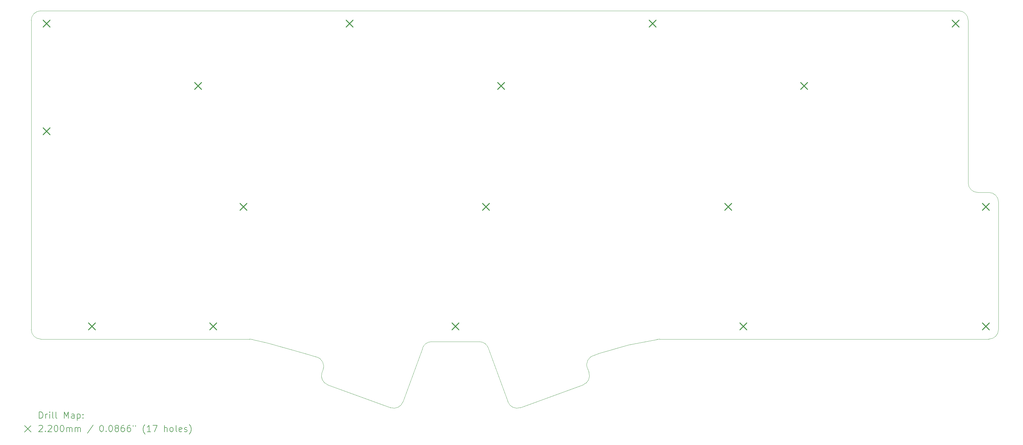
<source format=gbr>
%TF.GenerationSoftware,KiCad,Pcbnew,(6.0.7-1)-1*%
%TF.CreationDate,2022-08-16T19:57:51+02:00*%
%TF.ProjectId,switch-plate,73776974-6368-42d7-906c-6174652e6b69,rev?*%
%TF.SameCoordinates,Original*%
%TF.FileFunction,Drillmap*%
%TF.FilePolarity,Positive*%
%FSLAX45Y45*%
G04 Gerber Fmt 4.5, Leading zero omitted, Abs format (unit mm)*
G04 Created by KiCad (PCBNEW (6.0.7-1)-1) date 2022-08-16 19:57:51*
%MOMM*%
%LPD*%
G01*
G04 APERTURE LIST*
%ADD10C,0.100000*%
%ADD11C,0.200000*%
%ADD12C,0.220000*%
G04 APERTURE END LIST*
D10*
X9591064Y-9998127D02*
X9625266Y-9904158D01*
X19195309Y-9135848D02*
X20092309Y-8961622D01*
X13025778Y-9032739D02*
G75*
G03*
X12743870Y-9230135I2J-300002D01*
G01*
X30800000Y-8650000D02*
X30800000Y-4650000D01*
X9625265Y-9904157D02*
G75*
G03*
X9426049Y-9513173I-281905J102607D01*
G01*
X29850000Y-4050000D02*
X29850000Y1050000D01*
X17779634Y-10382641D02*
X15806280Y-11100883D01*
X7407691Y-8961622D02*
X7888891Y-9070384D01*
X775000Y-8950000D02*
X7325000Y-8950000D01*
X18106851Y-9466193D02*
G75*
G03*
X17907633Y-9857173I82689J-288377D01*
G01*
X17958936Y-9998127D02*
X17907633Y-9857173D01*
X20175000Y-8950000D02*
X30500000Y-8950000D01*
X15421766Y-10921581D02*
X14806130Y-9230135D01*
X11743721Y-11100881D02*
G75*
G03*
X12128234Y-10921581I102609J281901D01*
G01*
X14806128Y-9230135D02*
G75*
G03*
X14524222Y-9032741I-281908J-102605D01*
G01*
X17779633Y-10382636D02*
G75*
G03*
X17958936Y-9998127I-102603J281906D01*
G01*
X29850000Y1050000D02*
G75*
G03*
X29550000Y1350000I-300000J0D01*
G01*
X12128234Y-10921581D02*
X12743870Y-9230135D01*
X475000Y-8650000D02*
G75*
G03*
X775000Y-8950000I300000J0D01*
G01*
X9770366Y-10382641D02*
X11743720Y-11100883D01*
X18106850Y-9466189D02*
X18282110Y-9397703D01*
X475000Y1050000D02*
X475000Y-2550000D01*
X30800000Y-4650000D02*
G75*
G03*
X30500000Y-4350000I-300000J0D01*
G01*
X29850000Y-4050000D02*
G75*
G03*
X30150000Y-4350000I300000J0D01*
G01*
X7407691Y-8961622D02*
G75*
G03*
X7325000Y-8950000I-82691J-288379D01*
G01*
X475000Y-2550000D02*
X475000Y-8650000D01*
X7888891Y-9070384D02*
X9030390Y-9397703D01*
X775000Y1350000D02*
G75*
G03*
X475000Y1050000I0J-300000D01*
G01*
X18282110Y-9397703D02*
X19195309Y-9135848D01*
X9591059Y-9998125D02*
G75*
G03*
X9770366Y-10382641I281911J-102605D01*
G01*
X15421764Y-10921582D02*
G75*
G03*
X15806280Y-11100883I281906J102602D01*
G01*
X20175000Y-8950000D02*
G75*
G03*
X20092309Y-8961622I0J-300000D01*
G01*
X13025778Y-9032741D02*
X14524222Y-9032741D01*
X775000Y1350000D02*
X29550000Y1350000D01*
X9030390Y-9397703D02*
X9426049Y-9513173D01*
X30500000Y-4350000D02*
X30150000Y-4350000D01*
X30500000Y-8950000D02*
G75*
G03*
X30800000Y-8650000I0J300000D01*
G01*
D11*
D12*
X840000Y1060000D02*
X1060000Y840000D01*
X1060000Y1060000D02*
X840000Y840000D01*
X840000Y-2315000D02*
X1060000Y-2535000D01*
X1060000Y-2315000D02*
X840000Y-2535000D01*
X2265000Y-8440000D02*
X2485000Y-8660000D01*
X2485000Y-8440000D02*
X2265000Y-8660000D01*
X5590000Y-890000D02*
X5810000Y-1110000D01*
X5810000Y-890000D02*
X5590000Y-1110000D01*
X6065000Y-8440000D02*
X6285000Y-8660000D01*
X6285000Y-8440000D02*
X6065000Y-8660000D01*
X7015000Y-4690000D02*
X7235000Y-4910000D01*
X7235000Y-4690000D02*
X7015000Y-4910000D01*
X10340000Y1060000D02*
X10560000Y840000D01*
X10560000Y1060000D02*
X10340000Y840000D01*
X13665000Y-8440000D02*
X13885000Y-8660000D01*
X13885000Y-8440000D02*
X13665000Y-8660000D01*
X14615000Y-4690000D02*
X14835000Y-4910000D01*
X14835000Y-4690000D02*
X14615000Y-4910000D01*
X15090000Y-890000D02*
X15310000Y-1110000D01*
X15310000Y-890000D02*
X15090000Y-1110000D01*
X19840000Y1060000D02*
X20060000Y840000D01*
X20060000Y1060000D02*
X19840000Y840000D01*
X22215000Y-4690000D02*
X22435000Y-4910000D01*
X22435000Y-4690000D02*
X22215000Y-4910000D01*
X22690000Y-8440000D02*
X22910000Y-8660000D01*
X22910000Y-8440000D02*
X22690000Y-8660000D01*
X24590000Y-890000D02*
X24810000Y-1110000D01*
X24810000Y-890000D02*
X24590000Y-1110000D01*
X29340000Y1060000D02*
X29560000Y840000D01*
X29560000Y1060000D02*
X29340000Y840000D01*
X30290000Y-4690000D02*
X30510000Y-4910000D01*
X30510000Y-4690000D02*
X30290000Y-4910000D01*
X30290000Y-8440000D02*
X30510000Y-8660000D01*
X30510000Y-8440000D02*
X30290000Y-8660000D01*
D11*
X727619Y-11434453D02*
X727619Y-11234453D01*
X775238Y-11234453D01*
X803809Y-11243977D01*
X822857Y-11263024D01*
X832381Y-11282072D01*
X841905Y-11320167D01*
X841905Y-11348739D01*
X832381Y-11386834D01*
X822857Y-11405881D01*
X803809Y-11424929D01*
X775238Y-11434453D01*
X727619Y-11434453D01*
X927619Y-11434453D02*
X927619Y-11301120D01*
X927619Y-11339215D02*
X937143Y-11320167D01*
X946667Y-11310643D01*
X965714Y-11301120D01*
X984762Y-11301120D01*
X1051429Y-11434453D02*
X1051429Y-11301120D01*
X1051429Y-11234453D02*
X1041905Y-11243977D01*
X1051429Y-11253501D01*
X1060952Y-11243977D01*
X1051429Y-11234453D01*
X1051429Y-11253501D01*
X1175238Y-11434453D02*
X1156190Y-11424929D01*
X1146667Y-11405881D01*
X1146667Y-11234453D01*
X1280000Y-11434453D02*
X1260952Y-11424929D01*
X1251429Y-11405881D01*
X1251429Y-11234453D01*
X1508571Y-11434453D02*
X1508571Y-11234453D01*
X1575238Y-11377310D01*
X1641905Y-11234453D01*
X1641905Y-11434453D01*
X1822857Y-11434453D02*
X1822857Y-11329691D01*
X1813333Y-11310643D01*
X1794286Y-11301120D01*
X1756190Y-11301120D01*
X1737143Y-11310643D01*
X1822857Y-11424929D02*
X1803809Y-11434453D01*
X1756190Y-11434453D01*
X1737143Y-11424929D01*
X1727619Y-11405881D01*
X1727619Y-11386834D01*
X1737143Y-11367786D01*
X1756190Y-11358262D01*
X1803809Y-11358262D01*
X1822857Y-11348739D01*
X1918095Y-11301120D02*
X1918095Y-11501120D01*
X1918095Y-11310643D02*
X1937143Y-11301120D01*
X1975238Y-11301120D01*
X1994286Y-11310643D01*
X2003809Y-11320167D01*
X2013333Y-11339215D01*
X2013333Y-11396358D01*
X2003809Y-11415405D01*
X1994286Y-11424929D01*
X1975238Y-11434453D01*
X1937143Y-11434453D01*
X1918095Y-11424929D01*
X2099048Y-11415405D02*
X2108571Y-11424929D01*
X2099048Y-11434453D01*
X2089524Y-11424929D01*
X2099048Y-11415405D01*
X2099048Y-11434453D01*
X2099048Y-11310643D02*
X2108571Y-11320167D01*
X2099048Y-11329691D01*
X2089524Y-11320167D01*
X2099048Y-11310643D01*
X2099048Y-11329691D01*
X270000Y-11663977D02*
X470000Y-11863977D01*
X470000Y-11663977D02*
X270000Y-11863977D01*
X718095Y-11673501D02*
X727619Y-11663977D01*
X746667Y-11654453D01*
X794286Y-11654453D01*
X813333Y-11663977D01*
X822857Y-11673501D01*
X832381Y-11692548D01*
X832381Y-11711596D01*
X822857Y-11740167D01*
X708571Y-11854453D01*
X832381Y-11854453D01*
X918095Y-11835405D02*
X927619Y-11844929D01*
X918095Y-11854453D01*
X908571Y-11844929D01*
X918095Y-11835405D01*
X918095Y-11854453D01*
X1003809Y-11673501D02*
X1013333Y-11663977D01*
X1032381Y-11654453D01*
X1080000Y-11654453D01*
X1099048Y-11663977D01*
X1108571Y-11673501D01*
X1118095Y-11692548D01*
X1118095Y-11711596D01*
X1108571Y-11740167D01*
X994286Y-11854453D01*
X1118095Y-11854453D01*
X1241905Y-11654453D02*
X1260952Y-11654453D01*
X1280000Y-11663977D01*
X1289524Y-11673501D01*
X1299048Y-11692548D01*
X1308571Y-11730643D01*
X1308571Y-11778262D01*
X1299048Y-11816358D01*
X1289524Y-11835405D01*
X1280000Y-11844929D01*
X1260952Y-11854453D01*
X1241905Y-11854453D01*
X1222857Y-11844929D01*
X1213333Y-11835405D01*
X1203810Y-11816358D01*
X1194286Y-11778262D01*
X1194286Y-11730643D01*
X1203810Y-11692548D01*
X1213333Y-11673501D01*
X1222857Y-11663977D01*
X1241905Y-11654453D01*
X1432381Y-11654453D02*
X1451428Y-11654453D01*
X1470476Y-11663977D01*
X1480000Y-11673501D01*
X1489524Y-11692548D01*
X1499048Y-11730643D01*
X1499048Y-11778262D01*
X1489524Y-11816358D01*
X1480000Y-11835405D01*
X1470476Y-11844929D01*
X1451428Y-11854453D01*
X1432381Y-11854453D01*
X1413333Y-11844929D01*
X1403809Y-11835405D01*
X1394286Y-11816358D01*
X1384762Y-11778262D01*
X1384762Y-11730643D01*
X1394286Y-11692548D01*
X1403809Y-11673501D01*
X1413333Y-11663977D01*
X1432381Y-11654453D01*
X1584762Y-11854453D02*
X1584762Y-11721120D01*
X1584762Y-11740167D02*
X1594286Y-11730643D01*
X1613333Y-11721120D01*
X1641905Y-11721120D01*
X1660952Y-11730643D01*
X1670476Y-11749691D01*
X1670476Y-11854453D01*
X1670476Y-11749691D02*
X1680000Y-11730643D01*
X1699048Y-11721120D01*
X1727619Y-11721120D01*
X1746667Y-11730643D01*
X1756190Y-11749691D01*
X1756190Y-11854453D01*
X1851428Y-11854453D02*
X1851428Y-11721120D01*
X1851428Y-11740167D02*
X1860952Y-11730643D01*
X1880000Y-11721120D01*
X1908571Y-11721120D01*
X1927619Y-11730643D01*
X1937143Y-11749691D01*
X1937143Y-11854453D01*
X1937143Y-11749691D02*
X1946667Y-11730643D01*
X1965714Y-11721120D01*
X1994286Y-11721120D01*
X2013333Y-11730643D01*
X2022857Y-11749691D01*
X2022857Y-11854453D01*
X2413333Y-11644929D02*
X2241905Y-11902072D01*
X2670476Y-11654453D02*
X2689524Y-11654453D01*
X2708571Y-11663977D01*
X2718095Y-11673501D01*
X2727619Y-11692548D01*
X2737143Y-11730643D01*
X2737143Y-11778262D01*
X2727619Y-11816358D01*
X2718095Y-11835405D01*
X2708571Y-11844929D01*
X2689524Y-11854453D01*
X2670476Y-11854453D01*
X2651429Y-11844929D01*
X2641905Y-11835405D01*
X2632381Y-11816358D01*
X2622857Y-11778262D01*
X2622857Y-11730643D01*
X2632381Y-11692548D01*
X2641905Y-11673501D01*
X2651429Y-11663977D01*
X2670476Y-11654453D01*
X2822857Y-11835405D02*
X2832381Y-11844929D01*
X2822857Y-11854453D01*
X2813333Y-11844929D01*
X2822857Y-11835405D01*
X2822857Y-11854453D01*
X2956190Y-11654453D02*
X2975238Y-11654453D01*
X2994286Y-11663977D01*
X3003809Y-11673501D01*
X3013333Y-11692548D01*
X3022857Y-11730643D01*
X3022857Y-11778262D01*
X3013333Y-11816358D01*
X3003809Y-11835405D01*
X2994286Y-11844929D01*
X2975238Y-11854453D01*
X2956190Y-11854453D01*
X2937143Y-11844929D01*
X2927619Y-11835405D01*
X2918095Y-11816358D01*
X2908571Y-11778262D01*
X2908571Y-11730643D01*
X2918095Y-11692548D01*
X2927619Y-11673501D01*
X2937143Y-11663977D01*
X2956190Y-11654453D01*
X3137143Y-11740167D02*
X3118095Y-11730643D01*
X3108571Y-11721120D01*
X3099048Y-11702072D01*
X3099048Y-11692548D01*
X3108571Y-11673501D01*
X3118095Y-11663977D01*
X3137143Y-11654453D01*
X3175238Y-11654453D01*
X3194286Y-11663977D01*
X3203809Y-11673501D01*
X3213333Y-11692548D01*
X3213333Y-11702072D01*
X3203809Y-11721120D01*
X3194286Y-11730643D01*
X3175238Y-11740167D01*
X3137143Y-11740167D01*
X3118095Y-11749691D01*
X3108571Y-11759215D01*
X3099048Y-11778262D01*
X3099048Y-11816358D01*
X3108571Y-11835405D01*
X3118095Y-11844929D01*
X3137143Y-11854453D01*
X3175238Y-11854453D01*
X3194286Y-11844929D01*
X3203809Y-11835405D01*
X3213333Y-11816358D01*
X3213333Y-11778262D01*
X3203809Y-11759215D01*
X3194286Y-11749691D01*
X3175238Y-11740167D01*
X3384762Y-11654453D02*
X3346667Y-11654453D01*
X3327619Y-11663977D01*
X3318095Y-11673501D01*
X3299048Y-11702072D01*
X3289524Y-11740167D01*
X3289524Y-11816358D01*
X3299048Y-11835405D01*
X3308571Y-11844929D01*
X3327619Y-11854453D01*
X3365714Y-11854453D01*
X3384762Y-11844929D01*
X3394286Y-11835405D01*
X3403809Y-11816358D01*
X3403809Y-11768739D01*
X3394286Y-11749691D01*
X3384762Y-11740167D01*
X3365714Y-11730643D01*
X3327619Y-11730643D01*
X3308571Y-11740167D01*
X3299048Y-11749691D01*
X3289524Y-11768739D01*
X3575238Y-11654453D02*
X3537143Y-11654453D01*
X3518095Y-11663977D01*
X3508571Y-11673501D01*
X3489524Y-11702072D01*
X3480000Y-11740167D01*
X3480000Y-11816358D01*
X3489524Y-11835405D01*
X3499048Y-11844929D01*
X3518095Y-11854453D01*
X3556190Y-11854453D01*
X3575238Y-11844929D01*
X3584762Y-11835405D01*
X3594286Y-11816358D01*
X3594286Y-11768739D01*
X3584762Y-11749691D01*
X3575238Y-11740167D01*
X3556190Y-11730643D01*
X3518095Y-11730643D01*
X3499048Y-11740167D01*
X3489524Y-11749691D01*
X3480000Y-11768739D01*
X3670476Y-11654453D02*
X3670476Y-11692548D01*
X3746667Y-11654453D02*
X3746667Y-11692548D01*
X4041905Y-11930643D02*
X4032381Y-11921120D01*
X4013333Y-11892548D01*
X4003809Y-11873501D01*
X3994286Y-11844929D01*
X3984762Y-11797310D01*
X3984762Y-11759215D01*
X3994286Y-11711596D01*
X4003809Y-11683024D01*
X4013333Y-11663977D01*
X4032381Y-11635405D01*
X4041905Y-11625881D01*
X4222857Y-11854453D02*
X4108571Y-11854453D01*
X4165714Y-11854453D02*
X4165714Y-11654453D01*
X4146667Y-11683024D01*
X4127619Y-11702072D01*
X4108571Y-11711596D01*
X4289524Y-11654453D02*
X4422857Y-11654453D01*
X4337143Y-11854453D01*
X4651429Y-11854453D02*
X4651429Y-11654453D01*
X4737143Y-11854453D02*
X4737143Y-11749691D01*
X4727619Y-11730643D01*
X4708571Y-11721120D01*
X4680000Y-11721120D01*
X4660952Y-11730643D01*
X4651429Y-11740167D01*
X4860952Y-11854453D02*
X4841905Y-11844929D01*
X4832381Y-11835405D01*
X4822857Y-11816358D01*
X4822857Y-11759215D01*
X4832381Y-11740167D01*
X4841905Y-11730643D01*
X4860952Y-11721120D01*
X4889524Y-11721120D01*
X4908571Y-11730643D01*
X4918095Y-11740167D01*
X4927619Y-11759215D01*
X4927619Y-11816358D01*
X4918095Y-11835405D01*
X4908571Y-11844929D01*
X4889524Y-11854453D01*
X4860952Y-11854453D01*
X5041905Y-11854453D02*
X5022857Y-11844929D01*
X5013333Y-11825881D01*
X5013333Y-11654453D01*
X5194286Y-11844929D02*
X5175238Y-11854453D01*
X5137143Y-11854453D01*
X5118095Y-11844929D01*
X5108571Y-11825881D01*
X5108571Y-11749691D01*
X5118095Y-11730643D01*
X5137143Y-11721120D01*
X5175238Y-11721120D01*
X5194286Y-11730643D01*
X5203810Y-11749691D01*
X5203810Y-11768739D01*
X5108571Y-11787786D01*
X5280000Y-11844929D02*
X5299048Y-11854453D01*
X5337143Y-11854453D01*
X5356190Y-11844929D01*
X5365714Y-11825881D01*
X5365714Y-11816358D01*
X5356190Y-11797310D01*
X5337143Y-11787786D01*
X5308571Y-11787786D01*
X5289524Y-11778262D01*
X5280000Y-11759215D01*
X5280000Y-11749691D01*
X5289524Y-11730643D01*
X5308571Y-11721120D01*
X5337143Y-11721120D01*
X5356190Y-11730643D01*
X5432381Y-11930643D02*
X5441905Y-11921120D01*
X5460952Y-11892548D01*
X5470476Y-11873501D01*
X5480000Y-11844929D01*
X5489524Y-11797310D01*
X5489524Y-11759215D01*
X5480000Y-11711596D01*
X5470476Y-11683024D01*
X5460952Y-11663977D01*
X5441905Y-11635405D01*
X5432381Y-11625881D01*
M02*

</source>
